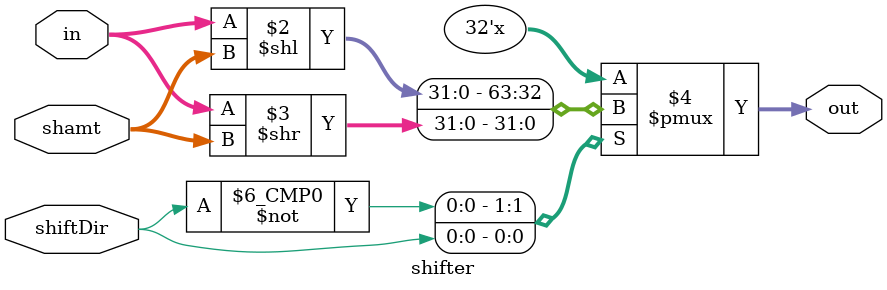
<source format=v>
module shifter(
        input wire          shiftDir,
        input wire [31:0]   in,
        input wire [4:0]    shamt,
        output reg [31:0]   out
    );
    integer i;
    always @ * begin
            case (shiftDir)
                1'b0: out = in << shamt;
                1'b1: out = in >> shamt;
            endcase
        end
endmodule

</source>
